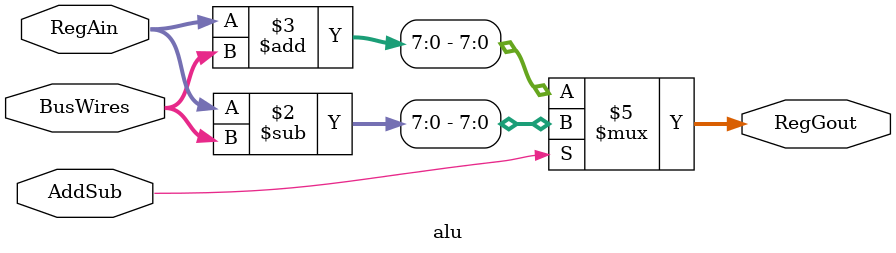
<source format=v>
module main (DIN, Rin, Resetn, Clk, Run, Done, loadA, loadG, Gout, loadIr, AddSub, DINout, Rout, BusWires);
    input [8:0] DIN; // switches, ideal should be 16bits but only have 8 switches
    input Resetn, Clk, Run;
    output reg Done;
    output [8:0] BusWires;
    
    output reg loadA; // register A before ALU, temporary so we can load two different data
    output reg loadG; // register G after ALu, temporary to decide what to do with it, ie store it and where
    output reg Gout; // puts g through the multiplexor to a reg or back to add sub
    output reg loadIr; // registor Ir, holds the opcode instructions, we want to disable this when we want an immediate input from DIN
    output reg AddSub; // selects mode for ALU
    output reg DINout; // lets the immediate in DIN through the multiplexor
    output reg [7:0] Rout; // enables what registors can output
	 output reg [7:0] Rin; // enables what registers can take input
    
    reg [1:0] Tstep_Q;
    reg [1:0] Tstep_D;
    
    parameter T0 = 2'b00, T1 = 2'b01, T2 = 2'b10, T3 = 2'b11;
    
    wire [7:0] Xreg; // holds register x address
    wire [7:0] Yreg; // holds register y address
    
    wire [7:0] R0;
    wire [7:0] R1;
    wire [7:0] R2;
    wire [7:0] R3;
    wire [7:0] R4;
    wire [7:0] R5;
    wire [7:0] R6;
    wire [7:0] R7;
    wire [8:0] Ir; // instruction w
    wire [7:0] RegG; // temporary storage for the ALU resumt
    wire [7:0] RegA; // temporary storage for one of the operands
    wire [7:0] ALUout; // for piping alu result
    
    wire [2:0] I = Ir[8:6]; // opcode for instructions, ie move, movei, add, sub
    
    decode decX (Ir[5:3], 1'b1, Xreg);
    decode decY (Ir[2:0], 1'b1, Yreg);
	 
	 initial begin
		  loadA = 0;
        loadG = 0;
        Gout = 0;
        loadIr = 1'b1;
        AddSub = 0;
        DINout = 0;
        Done = 0;
        Rout = 0;
		  Rin = 0;
		  Tstep_Q = T0;
		  Tstep_D = T1;
	 end
		  
    always @ (posedge Clk or negedge Resetn) begin
		  if (!Resetn) begin
				Tstep_Q <= T0;
		  end else
				Tstep_Q <= Tstep_D;
	 end
    
    always @ (Tstep_Q) begin
        case (Tstep_Q) // state table, the logic for moving between states
            T0: Tstep_D = Run ? T1 : T0;
            T1: Tstep_D = Done ? T0 : T2;
            T2: Tstep_D = Done ? T0 : T3;
            T3: Tstep_D = T0;
        endcase
    end
    
    always @ (Tstep_Q) begin
        // initialize values
        case (Tstep_Q)
            T0: begin
                 loadIr = 1'b1;
					  loadA = 0;
					  loadG = 0;
					  Gout = 0;
					  AddSub = 0;
					  DINout = 0;
					  Done = 0;
            end
            T1: case (I)
                3'b000: begin // move state 1
                    Rout = Yreg; // what register goes through multiplexor onto bus
						  Rin = Xreg; // determines what registor takes data on the buss
                    Done = 1; // stage is finished, ie the instructions are fully finished
						  loadA = 0; // loads A registor for AddSub
						  loadG = 0; // loads G registor for addsub result
						  Gout = 0; // lets g through multiplexor, to potential enter registors or back into Addsub
						  loadIr = 0; // enables loading of instructions
						  AddSub = 0; // determines whether operations are add or sub
						  DINout = 0; // allows input through multiplexor for addsub or putting into registor
                end
                3'b001: begin // move immediate state 1
                    Rout = 8'b00000000; // stops registors from going through mux
						  Rin = 8'b00000000; // opens this registor to recive data from bus
                    DINout = 0; // allos DIN onto the bus
                    Done = 0; // process is finished
						  loadA = 0;
						  loadG = 0;
						  Gout = 0;
						  loadIr = 0;
						  AddSub = 0;
                end
                3'b010: begin // add state 1
                    Rout = Xreg;
						  Rin = 8'b00000000; // stops registors from getting data
                    loadA = 1; // loads registor A with data on bus
						  loadG = 0;
						  Gout = 0;
						  loadIr = 0;
						  AddSub = 0;
						  DINout = 0;
						  Done = 0;
                end
                3'b100: begin // subtract state 1
                    Rout = Xreg;
						  Rin = 8'b00000000;
                    loadA = 1;
						  loadG = 0;
						  Gout = 0;
						  loadIr = 0;
						  AddSub = 0;
						  DINout = 0;
						  Done = 0;
                end
            endcase
            T2: case (I)
					 3'b001: begin
						  Rout = 8'b00000000; // stops registors from going through mux
						  Rin = Xreg; // opens this registor to recive data from bus
                    DINout = 1; // allos DIN onto the bus
                    Done = 1; // process is finished
						  loadA = 0;
						  loadG = 0;
						  Gout = 0;
						  loadIr = 0;
						  AddSub = 0;
					 end
                3'b010: begin // add state 2
                    Rout = Yreg;
						  Rin = 8'b00000000;
                    loadG = 1;
						  loadA = 0;
						  Gout = 0;
						  loadIr = 0;
						  AddSub = 0; // zero represents addition
						  DINout = 0;
						  Done = 0;
                end
                3'b100: begin // subtract state 2
                    Rout = Yreg;
						  Rin = 8'b00000000;
                    loadG = 1;
                    AddSub = 1;
						  loadA = 0;
						  Gout = 0;
						  loadIr = 0;
						  DINout = 0;
						  Done = 0;
                end
            endcase
            T3: case (I)
                3'b010: begin // add state 3
                    Rout = 8'b00000000;
						  Rin = Xreg;
                    Gout = 1;
                    Done = 1;
						  loadA = 0;
						  loadG = 0;
						  loadIr = 0;
						  AddSub = 0;
						  DINout = 0;
                end
                3'b100: begin // subtract state 3
                    Rout = 8'b00000000;
						  Rin = Xreg;
                    Gout = 1;
                    Done = 1;
						  loadA = 0;
						  loadG = 0;
						  loadIr = 0;
						  AddSub = 0;
						  DINout = 0;
                end
            endcase
        endcase
    end
    
	 mux Multi (DIN, DINout, Gout, R0, R1, R2, R3, R4, R5, R6, R7, RegG, Rout, BusWires);
	 
    regi reg_0(BusWires, Rin[0], Clk, R0);
    regi reg_1(BusWires, Rin[1], Clk, R1);
    regi reg_2(BusWires, Rin[2], Clk, R2);
    regi reg_3(BusWires, Rin[3], Clk, R3);
    regi reg_4(BusWires, Rin[4], Clk, R4);
    regi reg_5(BusWires, Rin[5], Clk, R5);
    regi reg_6(BusWires, Rin[6], Clk, R6);
    regi reg_7(BusWires, Rin[7], Clk, R7);
    regi reg_A(BusWires, loadA, Clk, RegA);
    regi reg_G(ALUout, loadG, Clk, RegG);
    IRregi reg_IR(DIN, loadIr, Clk, Ir);
    
    alu ALU_unit (BusWires, RegA, AddSub, ALUout);
    
endmodule

module decode (R, En, Y);
// decodes the 3 bits and outputs the register selection
    input [2:0] R;
    input En;
    output reg [7:0] Y;
    
    always @ (R or En) begin
        if (En == 1)
            case (R)
                3'b000: Y = 8'b00000001;
                3'b001: Y = 8'b00000010;
                3'b010: Y = 8'b00000100;
                3'b011: Y = 8'b00001000;
                3'b100: Y = 8'b00010000;
                3'b101: Y = 8'b00100000;
                3'b110: Y = 8'b01000000;
                3'b111: Y = 8'b10000000;
            endcase
        else
            Y = 8'b00000000;
    end
endmodule

module regi (R, En, Clk, Q);
// used throughout to store and load data
    input [7:0] R;
    input En, Clk;
    output reg [7:0] Q;
    always @ (posedge Clk)
        if (En)
            Q <= R;
endmodule

module IRregi (R, En, Clk, Q);
// used throughout to store and load data
    input [8:0] R;
    input En, Clk;
    output reg [8:0] Q;
    always @ (posedge Clk)
        if (En)
            Q <= R;
endmodule

module mux (DIN, DINout, Gout, R0, R1, R2, R3, R4, R5, R6, R7, RegG, Rout, BusWires);
// control sends an Rout signal signifying which register gets loaded
    input DINout, Gout;
    input [7:0] Rout, R0, R1, R2, R3, R4, R5, R6, R7, RegG;
    input [8:0] DIN;
    output reg [8:0] BusWires;
    
    always @ (Rout or Gout or DINout) begin
		  if (Gout == 1) begin
            BusWires <= RegG;
        end else if (DINout == 1) begin
            BusWires <= DIN;
        end else
            case (Rout)
                8'b00000001: BusWires <= R0;
                8'b00000010: BusWires <= R1;
                8'b00000100: BusWires <= R2;
                8'b00001000: BusWires <= R3;
                8'b00010000: BusWires <= R4;
                8'b00100000: BusWires <= R5;
                8'b01000000: BusWires <= R6;
                8'b10000000: BusWires <= R7;
            endcase
    end
endmodule

module alu (BusWires, RegAin, AddSub, RegGout);
// determines the arithmetic operation depending on FSM control code
    input [8:0] BusWires;
    input [7:0] RegAin;
    input AddSub;
    output reg [7:0] RegGout;
    
    always @ (BusWires or RegAin or AddSub) begin
        if (AddSub)
            RegGout = RegAin - BusWires;
        else
            RegGout = RegAin + BusWires;
    end
endmodule


</source>
